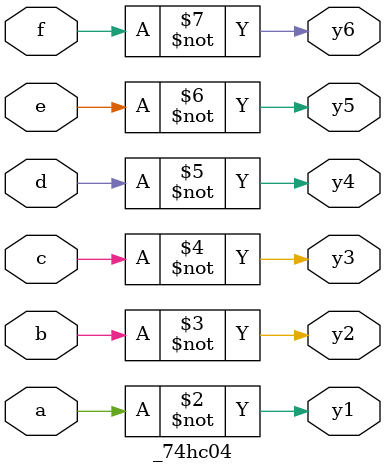
<source format=v>
module _74hc04(a, b, c, d, e, f, y1, y2, y3, y4, y5, y6);    // NOT Gate
    input a, b, c, d, e, f;
    output reg y1, y2, y3, y4, y5, y6;
    
    always
        @(a, b, c, d, e, f)
        begin
            y1 <= ~a;
            y2 <= ~b;
            y3 <= ~c;
            y4 <= ~d;
            y5 <= ~e;
            y6 <= ~f;
        end
endmodule

</source>
